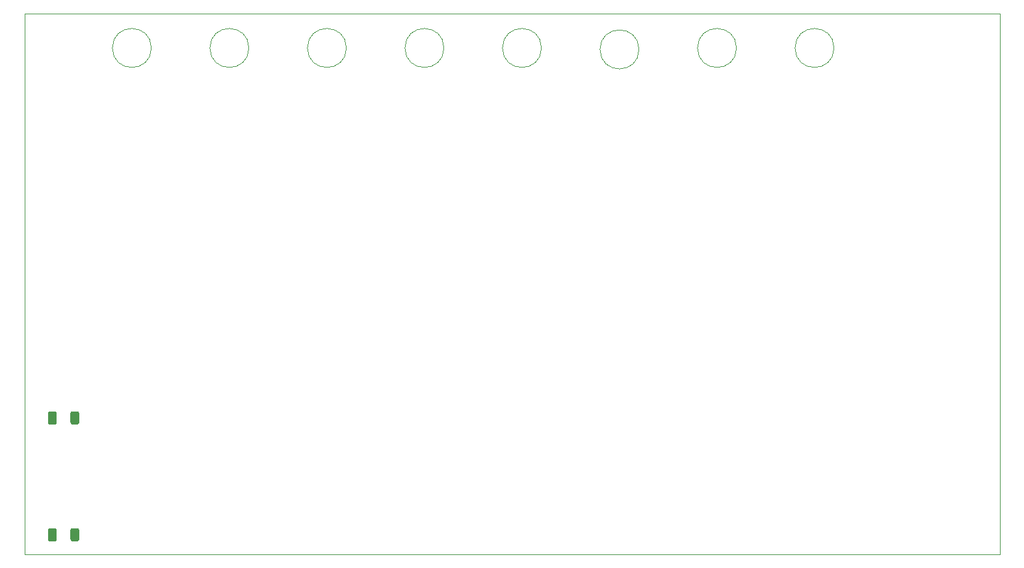
<source format=gbr>
G04 #@! TF.GenerationSoftware,KiCad,Pcbnew,5.1.8+dfsg1-1+b1*
G04 #@! TF.CreationDate,2021-07-07T17:01:25-05:00*
G04 #@! TF.ProjectId,front-panel,66726f6e-742d-4706-916e-656c2e6b6963,B*
G04 #@! TF.SameCoordinates,Original*
G04 #@! TF.FileFunction,Paste,Bot*
G04 #@! TF.FilePolarity,Positive*
%FSLAX46Y46*%
G04 Gerber Fmt 4.6, Leading zero omitted, Abs format (unit mm)*
G04 Created by KiCad (PCBNEW 5.1.8+dfsg1-1+b1) date 2021-07-07 17:01:25*
%MOMM*%
%LPD*%
G01*
G04 APERTURE LIST*
G04 #@! TA.AperFunction,Profile*
%ADD10C,0.050000*%
G04 #@! TD*
G04 APERTURE END LIST*
D10*
X177800000Y-60325000D02*
X177800000Y-130810000D01*
X50800000Y-60325000D02*
X50800000Y-130810000D01*
X50800000Y-130810000D02*
X177800000Y-130810000D01*
X92710000Y-64770000D02*
G75*
G03*
X92710000Y-64770000I-2540000J0D01*
G01*
X156210000Y-64770000D02*
G75*
G03*
X156210000Y-64770000I-2540000J0D01*
G01*
X143510000Y-64770000D02*
G75*
G03*
X143510000Y-64770000I-2540000J0D01*
G01*
X130810000Y-64960500D02*
G75*
G03*
X130810000Y-64960500I-2540000J0D01*
G01*
X118110000Y-64770000D02*
G75*
G03*
X118110000Y-64770000I-2540000J0D01*
G01*
X105410000Y-64770000D02*
G75*
G03*
X105410000Y-64770000I-2540000J0D01*
G01*
X80010000Y-64770000D02*
G75*
G03*
X80010000Y-64770000I-2540000J0D01*
G01*
X67310000Y-64770000D02*
G75*
G03*
X67310000Y-64770000I-2540000J0D01*
G01*
X177800000Y-60325000D02*
X50800000Y-60325000D01*
G36*
G01*
X54980000Y-127644997D02*
X54980000Y-128895003D01*
G75*
G02*
X54730003Y-129145000I-249997J0D01*
G01*
X54104997Y-129145000D01*
G75*
G02*
X53855000Y-128895003I0J249997D01*
G01*
X53855000Y-127644997D01*
G75*
G02*
X54104997Y-127395000I249997J0D01*
G01*
X54730003Y-127395000D01*
G75*
G02*
X54980000Y-127644997I0J-249997D01*
G01*
G37*
G36*
G01*
X57905000Y-127644997D02*
X57905000Y-128895003D01*
G75*
G02*
X57655003Y-129145000I-249997J0D01*
G01*
X57029997Y-129145000D01*
G75*
G02*
X56780000Y-128895003I0J249997D01*
G01*
X56780000Y-127644997D01*
G75*
G02*
X57029997Y-127395000I249997J0D01*
G01*
X57655003Y-127395000D01*
G75*
G02*
X57905000Y-127644997I0J-249997D01*
G01*
G37*
G36*
G01*
X54980000Y-112404997D02*
X54980000Y-113655003D01*
G75*
G02*
X54730003Y-113905000I-249997J0D01*
G01*
X54104997Y-113905000D01*
G75*
G02*
X53855000Y-113655003I0J249997D01*
G01*
X53855000Y-112404997D01*
G75*
G02*
X54104997Y-112155000I249997J0D01*
G01*
X54730003Y-112155000D01*
G75*
G02*
X54980000Y-112404997I0J-249997D01*
G01*
G37*
G36*
G01*
X57905000Y-112404997D02*
X57905000Y-113655003D01*
G75*
G02*
X57655003Y-113905000I-249997J0D01*
G01*
X57029997Y-113905000D01*
G75*
G02*
X56780000Y-113655003I0J249997D01*
G01*
X56780000Y-112404997D01*
G75*
G02*
X57029997Y-112155000I249997J0D01*
G01*
X57655003Y-112155000D01*
G75*
G02*
X57905000Y-112404997I0J-249997D01*
G01*
G37*
M02*

</source>
